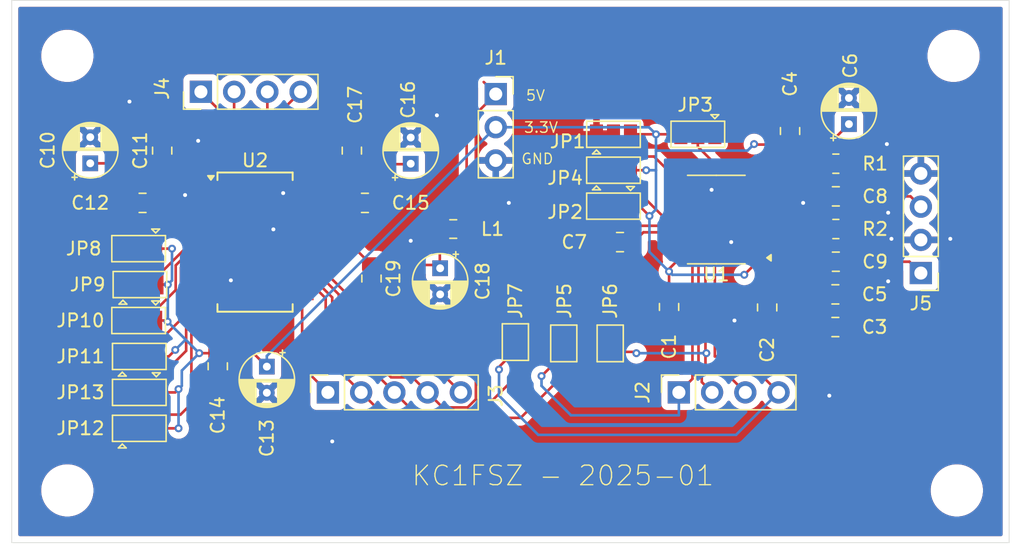
<source format=kicad_pcb>
(kicad_pcb (version 20240108) (generator "pcbnew") (generator_version "8.0")
  (layers (0 "F.Cu" signal) (31 "B.Cu" signal) (34 "B.Paste" user) (35 "F.Paste" user) (36 "B.SilkS" user "B.Silkscreen") (37 "F.SilkS" user "F.Silkscreen") (38 "B.Mask" user) (39 "F.Mask" user) (44 "Edge.Cuts" user))
  (net 0 "")
  (net 1 "GND")
  (net 2 "+3.3V")
  (net 3 "Net-(U1-CAPP)")
  (net 4 "Net-(U1-CAPM)")
  (net 5 "Net-(U1-VNEG)")
  (net 6 "Net-(U1-LDOO)")
  (net 7 "OUTR")
  (net 8 "OUTL")
  (net 9 "VREFL")
  (net 10 "VCOML")
  (net 11 "VCOMR")
  (net 12 "Net-(U2-VREFR)")
  (net 13 "Net-(U2-VCC)")
  (net 14 "+5V")
  (net 15 "DAC_BCK")
  (net 16 "DAC_DIN")
  (net 17 "DAC_LRCK")
  (net 18 "DAC_SCK")
  (net 19 "ADC_BCK")
  (net 20 "ADC_SCK")
  (net 21 "~{RST}")
  (net 22 "ADC_LRCK")
  (net 23 "ADC_DOUT")
  (net 24 "INL_MINUS")
  (net 25 "INR_MINUS")
  (net 26 "INR_PLUS")
  (net 27 "INL_PLUS")
  (net 28 "FLT")
  (net 29 "XSMT")
  (net 30 "DEMP")
  (net 31 "FMT")
  (net 32 "FMT0")
  (net 33 "FMT1")
  (net 34 "S{slash}~{M}")
  (net 35 "OSR0")
  (net 36 "OSR2")
  (net 37 "OSR1")
  (net 38 "Net-(U1-OUTR)")
  (net 39 "Net-(U1-OUTL)")
  (footprint "MountingHole:MountingHole_3.5mm" (layer "F.Cu") (at 137.75 130.5)
    (property "Reference" "H2" (hide yes))
    (property "Value" "MountingHole")
  )
  (footprint "Resistor_SMD:R_0805_2012Metric_Pad1.20x1.40mm_HandSolder" (layer "F.Cu") (at 196.5 105.5 180)
    (property "Reference" "R1")
    (property "Value" "470")
  )
  (footprint "Connector_PinSocket_2.54mm:PinSocket_1x05_P2.54mm_Vertical" (layer "F.Cu") (at 157.67 123 90)
    (property "Reference" "J3")
    (property "Value" "Conn_01x05")
  )
  (footprint "Jumper:SolderJumper-3_P1.3mm_Bridged12_Pad1.0x1.5mm" (layer "F.Cu") (at 179.5 108.75 180)
    (property "Reference" "JP2")
    (property "Value" "SolderJumper_3_Bridged12")
  )
  (footprint "Jumper:SolderJumper-3_P1.3mm_Bridged12_Pad1.0x1.5mm" (layer "F.Cu") (at 143.2 112 180)
    (property "Reference" "JP8")
    (property "Value" "SolderJumper_3_Bridged12")
  )
  (footprint "Capacitor_SMD:C_0805_2012Metric_Pad1.18x1.45mm_HandSolder" (layer "F.Cu") (at 161 114.2875 -90)
    (property "Reference" "C19")
    (property "Value" "0.1u")
  )
  (footprint "Capacitor_SMD:C_0805_2012Metric_Pad1.18x1.45mm_HandSolder" (layer "F.Cu") (at 183.75 116.4625 -90)
    (property "Reference" "C1")
    (property "Value" "0.1uF")
  )
  (footprint "Capacitor_SMD:C_0805_2012Metric_Pad1.18x1.45mm_HandSolder" (layer "F.Cu") (at 180 111.5 180)
    (property "Reference" "C7")
    (property "Value" "0.1uF")
  )
  (footprint "Package_SO:TSSOP-20_4.4x6.5mm_P0.65mm" (layer "F.Cu") (at 187.3625 109.775 180)
    (property "Reference" "U1")
    (property "Value" "PCM5100")
  )
  (footprint "Connector_PinSocket_2.54mm:PinSocket_1x03_P2.54mm_Vertical" (layer "F.Cu") (at 170.5 100.17)
    (property "Reference" "J1")
    (property "Value" "Conn_01x03")
  )
  (footprint "Jumper:SolderJumper-3_P1.3mm_Bridged12_Pad1.0x1.5mm" (layer "F.Cu") (at 179.5 106)
    (property "Reference" "JP4")
    (property "Value" "SolderJumper_3_Bridged12")
  )
  (footprint "Jumper:SolderJumper-3_P1.3mm_Bridged12_Pad1.0x1.5mm" (layer "F.Cu") (at 143.25 123 180)
    (property "Reference" "JP13")
    (property "Value" "SolderJumper_3_Bridged12")
  )
  (footprint "MountingHole:MountingHole_3.5mm" (layer "F.Cu") (at 205.5 97.25)
    (property "Reference" "H3" (hide yes))
    (property "Value" "MountingHole")
  )
  (footprint "Capacitor_SMD:C_0805_2012Metric_Pad1.18x1.45mm_HandSolder" (layer "F.Cu") (at 143.5 108.5 180)
    (property "Reference" "C12")
    (property "Value" "1u")
  )
  (footprint "Package_SO:SSOP-28_5.3x10.2mm_P0.65mm" (layer "F.Cu") (at 152.1 111.5)
    (property "Reference" "U2")
    (property "Value" "PCM1804DBR")
  )
  (footprint "Capacitor_SMD:C_0805_2012Metric_Pad1.18x1.45mm_HandSolder" (layer "F.Cu") (at 149.25 121 -90)
    (property "Reference" "C14")
    (property "Value" "0.1u")
  )
  (footprint "Capacitor_THT:CP_Radial_D4.0mm_P2.00mm" (layer "F.Cu") (at 164 105.5 90)
    (property "Reference" "C16")
    (property "Value" "10u")
  )
  (footprint "Capacitor_SMD:C_0805_2012Metric_Pad1.18x1.45mm_HandSolder" (layer "F.Cu") (at 193 103 90)
    (property "Reference" "C4")
    (property "Value" "0.1uF")
  )
  (footprint "Connector_PinSocket_2.54mm:PinSocket_1x04_P2.54mm_Vertical" (layer "F.Cu") (at 184.5 123 90)
    (property "Reference" "J2")
    (property "Value" "Conn_01x04")
  )
  (footprint "Capacitor_THT:CP_Radial_D4.0mm_P2.00mm" (layer "F.Cu") (at 197.5 102.4726 90)
    (property "Reference" "C6")
    (property "Value" "10uF")
  )
  (footprint "Capacitor_THT:CP_Radial_D4.0mm_P2.00mm" (layer "F.Cu") (at 153 121.027401 -90)
    (property "Reference" "C13")
    (property "Value" "10u")
  )
  (footprint "MountingHole:MountingHole_3.5mm" (layer "F.Cu") (at 137.75 97.25)
    (property "Reference" "H1" (hide yes))
    (property "Value" "MountingHole")
  )
  (footprint "Jumper:SolderJumper-3_P1.3mm_Bridged12_Pad1.0x1.5mm" (layer "F.Cu") (at 143.3 114.75)
    (property "Reference" "JP9")
    (property "Value" "SolderJumper_3_Bridged12")
  )
  (footprint "Capacitor_SMD:C_0805_2012Metric_Pad1.18x1.45mm_HandSolder" (layer "F.Cu") (at 191.25 116.5 -90)
    (property "Reference" "C2")
    (property "Value" "0.1uF")
  )
  (footprint "Connector_PinHeader_2.54mm:PinHeader_1x04_P2.54mm_Vertical" (layer "F.Cu") (at 203 113.87 180)
    (property "Reference" "J5")
    (property "Value" "Conn_01x04")
  )
  (footprint "Jumper:SolderJumper-2_P1.3mm_Open_Pad1.0x1.5mm" (layer "F.Cu") (at 175.7 119.25 90)
    (property "Reference" "JP5")
    (property "Value" "SolderJumper_2_Open")
  )
  (footprint "Jumper:SolderJumper-3_P1.3mm_Bridged12_Pad1.0x1.5mm" (layer "F.Cu") (at 143.25 125.75)
    (property "Reference" "JP12")
    (property "Value" "SolderJumper_3_Bridged12")
  )
  (footprint "Capacitor_SMD:C_0805_2012Metric_Pad1.18x1.45mm_HandSolder" (layer "F.Cu") (at 196.5 113 180)
    (property "Reference" "C9")
    (property "Value" "2.2nF")
  )
  (footprint "Capacitor_SMD:C_0805_2012Metric_Pad1.18x1.45mm_HandSolder" (layer "F.Cu") (at 196.4625 118 180)
    (property "Reference" "C3")
    (property "Value" "2.2uF")
  )
  (footprint "Resistor_SMD:R_0805_2012Metric_Pad1.20x1.40mm_HandSolder" (layer "F.Cu") (at 196.5 110.5 180)
    (property "Reference" "R2")
    (property "Value" "470")
  )
  (footprint "MountingHole:MountingHole_3.5mm" (layer "F.Cu") (at 205.75 130.5)
    (property "Reference" "H4" (hide yes))
    (property "Value" "MountingHole")
  )
  (footprint "Capacitor_THT:CP_Radial_D4.0mm_P2.00mm" (layer "F.Cu") (at 166.25 113.5 -90)
    (property "Reference" "C18")
    (property "Value" "10u")
  )
  (footprint "Jumper:SolderJumper-3_P1.3mm_Bridged12_Pad1.0x1.5mm" (layer "F.Cu") (at 143.25 120.25)
    (property "Reference" "JP11")
    (property "Value" "SolderJumper_3_Bridged12")
  )
  (footprint "Jumper:SolderJumper-3_P1.3mm_Bridged12_Pad1.0x1.5mm" (layer "F.Cu") (at 143.2 117.5 180)
    (property "Reference" "JP10")
    (property "Value" "SolderJumper_3_Bridged12")
  )
  (footprint "Jumper:SolderJumper-3_P1.3mm_Bridged12_Pad1.0x1.5mm" (layer "F.Cu") (at 185.95 103.25 180)
    (property "Reference" "JP3")
    (property "Value" "SolderJumper_3_Bridged12")
  )
  (footprint "Capacitor_SMD:C_0805_2012Metric_Pad1.18x1.45mm_HandSolder" (layer "F.Cu") (at 160.5 108.5)
    (property "Reference" "C15")
    (property "Value" "1u")
  )
  (footprint "Jumper:SolderJumper-3_P1.3mm_Bridged12_Pad1.0x1.5mm" (layer "F.Cu") (at 179.5 103.25)
    (property "Reference" "JP1")
    (property "Value" "SolderJumper_3_Bridged12")
  )
  (footprint "Jumper:SolderJumper-2_P1.3mm_Open_Pad1.0x1.5mm" (layer "F.Cu") (at 172 119.15 90)
    (property "Reference" "JP7")
    (property "Value" "SolderJumper_2_Open")
  )
  (footprint "Capacitor_THT:CP_Radial_D4.0mm_P2.00mm" (layer "F.Cu") (at 139.5 105.472599 90)
    (property "Reference" "C10")
    (property "Value" "10u")
  )
  (footprint "Capacitor_SMD:C_0805_2012Metric_Pad1.18x1.45mm_HandSolder" (layer "F.Cu") (at 145 104.5 90)
    (property "Reference" "C11")
    (property "Value" "0.1u")
  )
  (footprint "Connector_PinHeader_2.54mm:PinHeader_1x04_P2.54mm_Vertical" (layer "F.Cu") (at 147.96 100 90)
    (property "Reference" "J4")
    (property "Value" "Conn_01x04")
  )
  (footprint "Capacitor_SMD:C_0805_2012Metric_Pad1.18x1.45mm_HandSolder" (layer "F.Cu") (at 196.4625 115.5)
    (property "Reference" "C5")
    (property "Value" "2.2uF")
  )
  (footprint "Capacitor_SMD:C_0805_2012Metric_Pad1.18x1.45mm_HandSolder" (layer "F.Cu") (at 196.5 108 180)
    (property "Reference" "C8")
    (property "Value" "2.2nF")
  )
  (footprint "Capacitor_SMD:C_0805_2012Metric_Pad1.18x1.45mm_HandSolder" (layer "F.Cu") (at 159.5 104.5 90)
    (property "Reference" "C17")
    (property "Value" "0.1u")
  )
  (footprint "Jumper:SolderJumper-2_P1.3mm_Open_Pad1.0x1.5mm" (layer "F.Cu") (at 179.25 119.25 90)
    (property "Reference" "JP6")
    (property "Value" "SolderJumper_2_Open")
  )
  (footprint "Inductor_SMD:L_0805_2012Metric_Pad1.15x1.40mm_HandSolder" (layer "F.Cu") (at 167.25 110.5 180)
    (property "Reference" "L1")
    (property "Value" "47u")
  )
  (gr_rect (start 133.5 93) (end 209.75 134.5) (stroke (width 0.05)) (fill none) (layer "Edge.Cuts"))
  (gr_text "3.3V" (at 172.6 103.2 0) (layer "F.SilkS") (effects (font (size 0.8 0.8) (thickness 0.1)) (justify left bottom)))
  (gr_text "5V" (at 172.75 100.75 0) (layer "F.SilkS") (effects (font (size 0.8 0.8) (thickness 0.1)) (justify left bottom)))
  (gr_text "KC1FSZ - 2025-01" (at 164 130.25 0) (layer "F.SilkS") (effects (font (size 1.5 1.5) (thickness 0.1)) (justify left bottom)))
  (gr_text "GND" (at 172.4 105.6 0) (layer "F.SilkS") (effects (font (size 0.8 0.8) (thickness 0.1)) (justify left bottom)))
  (segment (start 148.5 107.925) (end 146.775 107.925) (width 0.2) (layer "F.Cu") (net 1))
  (segment (start 194.5 108) (end 194 108.5) (width 0.2) (layer "F.Cu") (net 1))
  (segment (start 190.225 107.5) (end 188.5 107.5) (width 0.2) (layer "F.Cu") (net 1))
  (segment (start 153.5 110.525) (end 153.475 110.525) (width 0.2) (layer "F.Cu") (net 1))
  (segment (start 190.225 111.4) (end 188.6 111.4) (width 0.2) (layer "F.Cu") (net 1))
  (segment (start 155.7 110.525) (end 153.5 110.525) (width 0.2) (layer "F.Cu") (net 1))
  (segment (start 150.25 114.425) (end 150.425 114.425) (width 0.2) (layer "F.Cu") (net 1))
  (segment (start 150.425 114.425) (end 150.5 114.5) (width 0.2) (layer "F.Cu") (net 1))
  (segment (start 148.5 114.425) (end 150.25 114.425) (width 0.2) (layer "F.Cu") (net 1))
  (segment (start 153.475 110.525) (end 153.25 110.75) (width 0.2) (layer "F.Cu") (net 1))
  (segment (start 146.15 107.9) (end 145.75 107.5) (width 0.2) (layer "F.Cu") (net 1))
  (segment (start 146.75 107.9) (end 146.15 107.9) (width 0.2) (layer "F.Cu") (net 1))
  (segment (start 188.5 111.5) (end 188.6 111.4) (width 0.2) (layer "F.Cu") (net 1))
  (segment (start 146.775 107.925) (end 146.75 107.9) (width 0.2) (layer "F.Cu") (net 1))
  (segment (start 155.7 107.925) (end 154.425 107.925) (width 0.2) (layer "F.Cu") (net 1))
  (segment (start 195.4625 113) (end 197.5 115.0375) (width 0.2) (layer "F.Cu") (net 1))
  (segment (start 195.4625 108) (end 194.5 108) (width 0.2) (layer "F.Cu") (net 1))
  (segment (start 184.5 112.05) (end 183.3 112.05) (width 0.2) (layer "F.Cu") (net 1))
  (segment (start 197.5 115.0375) (end 197.5 115.5) (width 0.2) (layer "F.Cu") (net 1))
  (segment (start 154.425 107.925) (end 154.25 107.75) (width 0.2) (layer "F.Cu") (net 1))
  (segment (start 188.5 107.5) (end 188.25 107.75) (width 0.2) (layer "F.Cu") (net 1))
  (segment (start 183.25 112) (end 183.3 112.05) (width 0.2) (layer "F.Cu") (net 1))
  (via (at 147.75 103.75) (size 0.6) (drill 0.3) (layers "F.Cu" "B.Cu") (net 1))
  (via (at 200.5 114.5) (size 0.6) (drill 0.3) (layers "F.Cu" "B.Cu") (net 1))
  (via (at 164 111.4) (size 0.6) (drill 0.3) (layers "F.Cu" "B.Cu") (net 1))
  (via (at 205.25 111.25) (size 0.6) (drill 0.3) (layers "F.Cu" "B.Cu") (net 1))
  (via (at 194 108.5) (size 0.6) (drill 0.3) (layers "F.Cu" "B.Cu") (net 1))
  (via (at 171.5 108.5) (size 0.6) (drill 0.3) (layers "F.Cu" "B.Cu") (net 1))
  (via (at 188.75 117.5) (size 0.6) (drill 0.3) (layers "F.Cu" "B.Cu") (net 1))
  (via (at 196 123.25) (size 0.6) (drill 0.3) (layers "F.Cu" "B.Cu") (net 1))
  (via (at 150.25 114.425) (size 0.6) (drill 0.3) (layers "F.Cu" "B.Cu") (net 1))
  (via (at 166 101.8) (size 0.6) (drill 0.3) (layers "F.Cu" "B.Cu") (net 1))
  (via (at 154.25 107.75) (size 0.6) (drill 0.3) (layers "F.Cu" "B.Cu") (net 1))
  (via (at 187 107.5) (size 0.6) (drill 0.3) (layers "F.Cu" "B.Cu") (net 1))
  (via (at 200.5 109.25) (size 0.6) (drill 0.3) (layers "F.Cu" "B.Cu") (net 1))
  (via (at 200.4 104) (size 0.6) (drill 0.3) (layers "F.Cu" "B.Cu") (net 1))
  (via (at 158 126.75) (size 0.6) (drill 0.3) (layers "F.Cu" "B.Cu") (net 1))
  (via (at 200.75 111.25) (size 0.6) (drill 0.3) (layers "F.Cu" "B.Cu") (net 1))
  (via (at 153.5 110.525) (size 0.6) (drill 0.3) (layers "F.Cu" "B.Cu") (net 1))
  (via (at 146.75 107.9) (size 0.6) (drill 0.3) (layers "F.Cu" "B.Cu") (net 1))
  (via (at 142.5 100.75) (size 0.6) (drill 0.3) (layers "F.Cu" "B.Cu") (net 1))
  (via (at 188.5 111.5) (size 0.6) (drill 0.3) (layers "F.Cu" "B.Cu") (net 1))
  (segment (start 145.5 120.25) (end 146 119.75) (width 0.2) (layer "F.Cu") (net 2))
  (segment (start 148.5 119.2125) (end 149.25 119.9625) (width 0.2) (layer "F.Cu") (net 2))
  (segment (start 180.8 103.25) (end 184.65 103.25) (width 0.2) (layer "F.Cu") (net 2))
  (segment (start 144.5 112) (end 145.75 112) (width 0.2) (layer "F.Cu") (net 2))
  (segment (start 149.2125 120) (end 149.25 119.9625) (width 0.2) (layer "F.Cu") (net 2))
  (segment (start 191.25 113.725) (end 191.25 115.4625) (width 0.2) (layer "F.Cu") (net 2))
  (segment (start 183.75 113.55) (end 184.75 112.55) (width 0.2) (layer "F.Cu") (net 2))
  (segment (start 180.8 106) (end 182 106) (width 0.2) (layer "F.Cu") (net 2))
  (segment (start 180.8 108.75) (end 181.5 108.75) (width 0.2) (layer "F.Cu") (net 2))
  (segment (start 148.5 115.725) (end 148.5 119.2125) (width 0.2) (layer "F.Cu") (net 2))
  (segment (start 181.5 108.75) (end 182.25 109.5) (width 0.2) (layer "F.Cu") (net 2))
  (segment (start 145.332843 117.5) (end 145.417157 117.584314) (width 0.2) (layer "F.Cu") (net 2))
  (segment (start 184.45 112.75) (end 184.5 112.7) (width 0.2) (layer "F.Cu") (net 2))
  (segment (start 144.5 117.5) (end 145.332843 117.5) (width 0.2) (layer "F.Cu") (net 2))
  (segment (start 190.225 112.7) (end 191.25 113.725) (width 0.2) (layer "F.Cu") (net 2))
  (segment (start 146 123) (end 146.25 122.75) (width 0.2) (layer "F.Cu") (net 2))
  (segment (start 190.2875 104.0375) (end 190.25 104) (width 0.2) (layer "F.Cu") (net 2))
  (segment (start 144.55 120.25) (end 145.5 120.25) (width 0.2) (layer "F.Cu") (net 2))
  (segment (start 190.225 113.275) (end 189.5 114) (width 0.2) (layer "F.Cu") (net 2))
  (segment (start 151.935099 119.9625) (end 153 121.027401) (width 0.2) (layer "F.Cu") (net 2))
  (segment (start 190.225 108.15) (end 190.962499 108.15) (width 0.2) (layer "F.Cu") (net 2))
  (segment (start 195.9351 104.0375) (end 197.5 102.4726) (width 0.2) (layer "F.Cu") (net 2))
  (segment (start 190.962499 108.15) (end 193 106.112499) (width 0.2) (layer "F.Cu") (net 2))
  (segment (start 183.75 115.425) (end 183.75 113.75) (width 0.2) (layer "F.Cu") (net 2))
  (segment (start 144.6 114.75) (end 145.432843 114.75) (width 0.2) (layer "F.Cu") (net 2))
  (segment (start 144.55 123) (end 146 123) (width 0.2) (layer "F.Cu") (net 2))
  (segment (start 193 106.112499) (end 193 104.0375) (width 0.2) (layer "F.Cu") (net 2))
  (segment (start 147.832843 120) (end 149.2125 120) (width 0.2) (layer "F.Cu") (net 2))
  (segment (start 190.225 112.7) (end 190.225 113.275) (width 0.2) (layer "F.Cu") (net 2))
  (segment (start 193 104.0375) (end 190.2875 104.0375) (width 0.2) (layer "F.Cu") (net 2))
  (segment (start 149.25 119.9625) (end 151.935099 119.9625) (width 0.2) (layer "F.Cu") (net 2))
  (segment (start 193 104.0375) (end 195.9351 104.0375) (width 0.2) (layer "F.Cu") (net 2))
  (segment (start 183.75 113.75) (end 183.75 113.55) (width 0.2) (layer "F.Cu") (net 2))
  (segment (start 144.55 125.75) (end 146.25 125.75) (width 0.2) (layer "F.Cu") (net 2))
  (via (at 182 106) (size 0.6) (drill 0.3) (layers "F.Cu" "B.Cu") (net 2))
  (via (at 147.832843 120) (size 0.6) (drill 0.3) (layers "F.Cu" "B.Cu") (net 2))
  (via (at 145.432843 114.75) (size 0.6) (drill 0.3) (layers "F.Cu" "B.Cu") (net 2))
  (via (at 189.5 114) (size 0.6) (drill 0.3) (layers "F.Cu" "B.Cu") (net 2))
  (via (at 146 119.75) (size 0.6) (drill 0.3) (layers "F.Cu" "B.Cu") (net 2))
  (via (at 145.75 112) (size 0.6) (drill 0.3) (layers "F.Cu" "B.Cu") (net 2))
  (via (at 182.25 109.5) (size 0.6) (drill 0.3) (layers "F.Cu" "B.Cu") (net 2))
  (via (at 145.417157 117.584314) (size 0.6) (drill 0.3) (layers "F.Cu" "B.Cu") (net 2))
  (via (at 190.25 104) (size 0.6) (drill 0.3) (layers "F.Cu" "B.Cu") (net 2))
  (via (at 182.75 103.25) (size 0.6) (drill 0.3) (layers "F.Cu" "B.Cu") (net 2))
  (via (at 183.75 113.75) (size 0.6) (drill 0.3) (layers "F.Cu" "B.Cu") (net 2))
  (via (at 146.25 125.75) (size 0.6) (drill 0.3) (layers "F.Cu" "B.Cu") (net 2))
  (via (at 146.25 122.75) (size 0.6) (drill 0.3) (layers "F.Cu" "B.Cu") (net 2))
  (segment (start 182.21 102.71) (end 182.75 103.25) (width 0.2) (layer "B.Cu") (net 2))
  (segment (start 170.5 102.71) (end 182.21 102.71) (width 0.2) (layer "B.Cu") (net 2))
  (segment (start 182 106) (end 182.75 106) (width 0.2) (layer "B.Cu") (net 2))
  (segment (start 182.25 109.5) (end 182.25 112.25) (width 0.2) (layer "B.Cu") (net 2))
  (segment (start 146.25 125.75) (end 146.25 122.75) (width 0.2) (layer "B.Cu") (net 2))
  (segment (start 189.75 104.5) (end 182.75 104.5) (width 0.2) (layer "B.Cu") (net 2))
  (segment (start 190.25 104) (end 189.75 104.5) (width 0.2) (layer "B.Cu") (net 2))
  (segment (start 170.5 102.71) (end 153 120.21) (width 0.2) (layer "B.Cu") (net 2))
  (segment (start 146.791422 118.958578) (end 147.832843 120) (width 0.2) (layer "B.Cu") (net 2))
  (segment (start 182.75 106) (end 182.75 109) (width 0.2) (layer "B.Cu") (net 2))
  (segment (start 145.75 112) (end 145.75 114.432843) (width 0.2) (layer "B.Cu") (net 2))
  (segment (start 145.432843 114.75) (end 145.432843 117.6) (width 0.2) (layer "B.Cu") (net 2))
  (segment (start 153 120.21) (end 153 121.027401) (width 0.2) (layer "B.Cu") (net 2))
  (segment (start 146.5 122.5) (end 146.5 121.332843) (width 0.2) (layer "B.Cu") (net 2))
  (segment (start 146.25 122.75) (end 146.5 122.5) (width 0.2) (layer "B.Cu") (net 2))
  (segment (start 145.75 114.432843) (end 145.432843 114.75) (width 0.2) (layer "B.Cu") (net 2))
  (segment (start 182.75 109) (end 182.25 109.5) (width 0.2) (layer "B.Cu") (net 2))
  (segment (start 182.75 104.5) (end 182.75 106) (width 0.2) (layer "B.Cu") (net 2))
  (segment (start 145.432843 117.6) (end 146.791422 118.958578) (width 0.2) (layer "B.Cu") (net 2))
  (segment (start 184 114) (end 182.75 112.75) (width 0.2) (layer "B.Cu") (net 2))
  (segment (start 182.25 112.25) (end 182.75 112.75) (width 0.2) (layer "B.Cu") (net 2))
  (segment (start 182.75 103.25) (end 182.75 104.5) (width 0.2) (layer "B.Cu") (net 2))
  (segment (start 146 119.75) (end 146.791422 118.958578) (width 0.2) (layer "B.Cu") (net 2))
  (segment (start 189.5 114) (end 184 114) (width 0.2) (layer "B.Cu") (net 2))
  (segment (start 146.5 121.332843) (end 147.832843 120) (width 0.2) (layer "B.Cu") (net 2))
  (segment (start 194.852756 119.025) (end 196.475 119.025) (width 0.2) (layer "F.Cu") (net 3))
  (segment (start 194.1375 115.225001) (end 194.1375 118.309744) (width 0.2) (layer "F.Cu") (net 3))
  (segment (start 190.225 112.05) (end 190.962499 112.05) (width 0.2) (layer "F.Cu") (net 3))
  (segment (start 196.475 119.025) (end 197.5 118) (width 0.2) (layer "F.Cu") (net 3))
  (segment (start 190.962499 112.05) (end 194.1375 115.225001) (width 0.2) (layer "F.Cu") (net 3))
  (segment (start 194.1375 118.309744) (end 194.852756 119.025) (width 0.2) (layer "F.Cu") (net 3))
  (segment (start 194.5375 114.325001) (end 194.5375 117.1125) (width 0.2) (layer "F.Cu") (net 4))
  (segment (start 194.5375 117.1125) (end 195.425 118) (width 0.2) (layer "F.Cu") (net 4))
  (segment (start 190.962499 110.75) (end 194.5375 114.325001) (width 0.2) (layer "F.Cu") (net 4))
  (segment (start 190.225 110.75) (end 190.962499 110.75) (width 0.2) (layer "F.Cu") (net 4))
  (segment (start 190.225 110.1) (end 190.965256 110.1) (width 0.2) (layer "F.Cu") (net 5))
  (segment (start 190.965256 110.1) (end 195.425 114.559744) (width 0.2) (layer "F.Cu") (net 5))
  (segment (start 195.425 114.559744) (end 195.425 115.5) (width 0.2) (layer "F.Cu") (net 5))
  (segment (start 181.7875 110.75) (end 182.978358 110.75) (width 0.2) (layer "F.Cu") (net 6))
  (segment (start 181.0375 111.5) (end 181.7875 110.75) (width 0.2) (layer "F.Cu") (net 6))
  (segment (start 182.978358 110.75) (end 183.628358 111.4) (width 0.2) (layer "F.Cu") (net 6))
  (segment (start 184.4 111.5) (end 184.5 111.4) (width 0.2) (layer "F.Cu") (net 6))
  (segment (start 183.628358 111.4) (end 184.5 111.4) (width 0.2) (layer "F.Cu") (net 6))
  (segment (start 197.5 105.5) (end 197.5 107.9625) (width 0.2) (layer "F.Cu") (net 7))
  (segment (start 197.5375 108) (end 202.21 108) (width 0.2) (layer "F.Cu") (net 7))
  (segment (start 197.5 107.9625) (end 197.5375 108) (width 0.2) (layer "F.Cu") (net 7))
  (segment (start 202.21 108) (end 203 108.79) (width 0.2) (layer "F.Cu") (net 7))
  (segment (start 197.5375 113) (end 202.13 113) (width 0.2) (layer "F.Cu") (net 8))
  (segment (start 197.5 110.5) (end 197.5 112.9625) (width 0.2) (layer "F.Cu") (net 8))
  (segment (start 197.5 112.9625) (end 197.5375 113) (width 0.2) (layer "F.Cu") (net 8))
  (segment (start 202.13 113) (end 203 113.87) (width 0.2) (layer "F.Cu") (net 8))
  (segment (start 146.7375 107.275) (end 145 105.5375) (width 0.2) (layer "F.Cu") (net 9))
  (segment (start 148.5 107.275) (end 146.7375 107.275) (width 0.2) (layer "F.Cu") (net 9))
  (segment (start 139.5 105.472599) (end 144.935099 105.472599) (width 0.2) (layer "F.Cu") (net 9))
  (segment (start 144.935099 105.472599) (end 145 105.5375) (width 0.2) (layer "F.Cu") (net 9))
  (segment (start 144.5375 108.5) (end 148.425 108.5) (width 0.2) (layer "F.Cu") (net 10))
  (segment (start 148.425 108.5) (end 148.5 108.575) (width 0.2) (layer "F.Cu") (net 10))
  (segment (start 155.7 108.575) (end 159.3875 108.575) (width 0.2) (layer "F.Cu") (net 11))
  (segment (start 159.3875 108.575) (end 159.4625 108.5) (width 0.2) (layer "F.Cu") (net 11))
  (segment (start 157.7625 107.275) (end 159.5 105.5375) (width 0.2) (layer "F.Cu") (net 12))
  (segment (start 163.9625 105.5375) (end 164 105.5) (width 0.2) (layer "F.Cu") (net 12))
  (segment (start 159.5 105.5375) (end 163.9625 105.5375) (width 0.2) (layer "F.Cu") (net 12))
  (segment (start 155.7 107.275) (end 157.7625 107.275) (width 0.2) (layer "F.Cu") (net 12))
  (segment (start 166 113.25) (end 166.25 113.5) (width 0.2) (layer "F.Cu") (net 13))
  (segment (start 161 113.25) (end 166 113.25) (width 0.2) (layer "F.Cu") (net 13))
  (segment (start 155.7 111.175) (end 157.75 111.175) (width 0.2) (layer "F.Cu") (net 13))
  (segment (start 157.75 111.175) (end 158.925 111.175) (width 0.2) (layer "F.Cu") (net 13))
  (segment (start 166.225 113.475) (end 166.25 113.5) (width 0.2) (layer "F.Cu") (net 13))
  (segment (start 158.925 111.175) (end 161 113.25) (width 0.2) (layer "F.Cu") (net 13))
  (segment (start 166.225 110.5) (end 166.225 113.475) (width 0.2) (layer "F.Cu") (net 13))
  (segment (start 170.5 100.17) (end 168.275 102.395) (width 0.2) (layer "F.Cu") (net 14))
  (segment (start 169.58 99.25) (end 170.5 100.17) (width 0.2) (layer "F.Cu") (net 14))
  (segment (start 168.275 102.395) (end 168.275 110.5) (width 0.2) (layer "F.Cu") (net 14))
  (segment (start 181.15 119.9) (end 181.25 120) (width 0.2) (layer "F.Cu") (net 15))
  (segment (start 185.237499 108.15) (end 186.532843 109.445344) (width 0.2) (layer "F.Cu") (net 15))
  (segment (start 179.25 119.9) (end 181.15 119.9) (width 0.2) (layer "F.Cu") (net 15))
  (segment (start 186.532843 120.967157) (end 187.547157 120.967157) (width 0.2) (layer "F.Cu") (net 15))
  (segment (start 187.547157 120.967157) (end 189.58 123) (width 0.2) (layer "F.Cu") (net 15))
  (segment (start 186.532843 109.445344) (end 186.532843 120.967157) (width 0.2) (layer "F.Cu") (net 15))
  (segment (start 184.5 108.15) (end 185.237499 108.15) (width 0.2) (layer "F.Cu") (net 15))
  (via (at 181.25 120) (size 0.6) (drill 0.3) (layers "F.Cu" "B.Cu") (net 15))
  (via (at 186.6 120) (size 0.6) (drill 0.3) (layers "F.Cu" "B.Cu") (net 15))
  (segment (start 181.25 120) (end 186.6 120) (width 0.2) (layer "B.Cu") (net 15))
  (segment (start 184.5 108.8) (end 185.237499 108.8) (width 0.2) (layer "F.Cu") (net 16))
  (segment (start 186.25 121.25) (end 186.25 122.21) (width 0.2) (layer "F.Cu") (net 16))
  (segment (start 185.237499 108.8) (end 186 109.562501) (width 0.2) (layer "F.Cu") (net 16))
  (segment (start 186 121) (end 186.25 121.25) (width 0.2) (layer "F.Cu") (net 16))
  (segment (start 186 109.562501) (end 186 121) (width 0.2) (layer "F.Cu") (net 16))
  (segment (start 186.25 122.21) (end 187.04 123) (width 0.2) (layer "F.Cu") (net 16))
  (segment (start 185.5375 109.750001) (end 185.237499 109.45) (width 0.2) (layer "F.Cu") (net 17))
  (segment (start 185.5375 121.9625) (end 185.5375 109.750001) (width 0.2) (layer "F.Cu") (net 17))
  (segment (start 185.237499 109.45) (end 184.5 109.45) (width 0.2) (layer "F.Cu") (net 17))
  (segment (start 184.5 123) (end 185.5375 121.9625) (width 0.2) (layer "F.Cu") (net 17))
  (segment (start 175.7 120.05) (end 174 121.75) (width 0.2) (layer "F.Cu") (net 17))
  (segment (start 175.7 119.9) (end 175.7 120.05) (width 0.2) (layer "F.Cu") (net 17))
  (via (at 174 121.75) (size 0.6) (drill 0.3) (layers "F.Cu" "B.Cu") (net 17))
  (segment (start 174 122.5) (end 176.25 124.75) (width 0.2) (layer "B.Cu") (net 17))
  (segment (start 176.25 124.75) (end 184.5 124.75) (width 0.2) (layer "B.Cu") (net 17))
  (segment (start 184.5 124.75) (end 184.5 123) (width 0.2) (layer "B.Cu") (net 17))
  (segment (start 174 121.75) (end 174 122.5) (width 0.2) (layer "B.Cu") (net 17))
  (segment (start 184.5 107.5) (end 185.155956 107.5) (width 0.2) (layer "F.Cu") (net 18))
  (segment (start 185.155956 107.5) (end 187.25 109.594044) (width 0.2) (layer "F.Cu") (net 18))
  (segment (start 172 119.8) (end 170.75 121.05) (width 0.2) (layer "F.Cu") (net 18))
  (segment (start 187.25 109.594044) (end 187.25 120.25) (width 0.2) (layer "F.Cu") (net 18))
  (segment (start 187.25 120.25) (end 189.37 120.25) (width 0.2) (layer "F.Cu") (net 18))
  (segment (start 170.75 121.05) (end 170.75 121.25) (width 0.2) (layer "F.Cu") (net 18))
  (segment (start 189.37 120.25) (end 192.12 123) (width 0.2) (layer "F.Cu") (net 18))
  (via (at 170.75 121.25) (size 0.6) (drill 0.3) (layers "F.Cu" "B.Cu") (net 18))
  (segment (start 170.75 123.25) (end 173.75 126.25) (width 0.2) (layer "B.Cu") (net 18))
  (segment (start 173.75 126.25) (end 188.87 126.25) (width 0.2) (layer "B.Cu") (net 18))
  (segment (start 170.75 121.25) (end 170.75 123.25) (width 0.2) (layer "B.Cu") (net 18))
  (segment (start 188.87 126.25) (end 192.12 123) (width 0.2) (layer "B.Cu") (net 18))
  (segment (start 155.7 115.075) (end 156.775 115.075) (width 0.2) (layer "F.Cu") (net 19))
  (segment (start 172.4 124.95) (end 162.16 124.95) (width 0.2) (layer "F.Cu") (net 19))
  (segment (start 179.25 118.6) (end 178.75 118.6) (width 0.2) (layer "F.Cu") (net 19))
  (segment (start 178.75 118.6) (end 172.4 124.95) (width 0.2) (layer "F.Cu") (net 19))
  (segment (start 156.775 115.075) (end 157.5 115.8) (width 0.2) (layer "F.Cu") (net 19))
  (segment (start 157.5 120.29) (end 160.21 123) (width 0.2) (layer "F.Cu") (net 19))
  (segment (start 162.16 124.95) (end 160.21 123) (width 0.2) (layer "F.Cu") (net 19))
  (segment (start 157.5 115.8) (end 157.5 120.29) (width 0.2) (layer "F.Cu") (net 19))
  (segment (start 168.35 124.15) (end 166.44 124.15) (width 0.2) (layer "F.Cu") (net 20))
  (segment (start 160.15 119.5) (end 162.5 121.85) (width 0.2) (layer "F.Cu") (net 20))
  (segment (start 171.05 118.5) (end 168.98 120.57) (width 0.2) (layer "F.Cu") (net 20))
  (segment (start 168.98 120.57) (end 168.98 123.52) (width 0.2) (layer "F.Cu") (net 20))
  (segment (start 162.5 121.85) (end 164.14 121.85) (width 0.2) (layer "F.Cu") (net 20))
  (segment (start 172 118.5) (end 171.05 118.5) (width 0.2) (layer "F.Cu") (net 20))
  (segment (start 164.14 121.85) (end 165.29 123) (width 0.2) (layer "F.Cu") (net 20))
  (segment (start 158.5 119.5) (end 160.15 119.5) (width 0.2) (layer "F.Cu") (net 20))
  (segment (start 168.98 123.52) (end 168.35 124.15) (width 0.2) (layer "F.Cu") (net 20))
  (segment (start 158.5 115.5) (end 158.5 119.5) (width 0.2) (layer "F.Cu") (net 20))
  (segment (start 155.7 113.775) (end 156.775 113.775) (width 0.2) (layer "F.Cu") (net 20))
  (segment (start 156.775 113.775) (end 158.5 115.5) (width 0.2) (layer "F.Cu") (net 20))
  (segment (start 166.44 124.15) (end 165.29 123) (width 0.2) (layer "F.Cu") (net 20))
  (segment (start 165.33 120.5) (end 167.83 123) (width 0.2) (layer "F.Cu") (net 21))
  (segment (start 155.7 113.125) (end 156.775 113.125) (width 0.2) (layer "F.Cu") (net 21))
  (segment (start 160.5 119) (end 162 120.5) (width 0.2) (layer "F.Cu") (net 21))
  (segment (start 162 120.5) (end 165.33 120.5) (width 0.2) (layer "F.Cu") (net 21))
  (segment (start 156.775 113.125) (end 159 115.35) (width 0.2) (layer "F.Cu") (net 21))
  (segment (start 159 115.35) (end 159 119) (width 0.2) (layer "F.Cu") (net 21))
  (segment (start 159 119) (end 160.5 119) (width 0.2) (layer "F.Cu") (net 21))
  (segment (start 164.3 124.55) (end 162.75 123) (width 0.2) (layer "F.Cu") (net 22))
  (segment (start 158 115.734314) (end 158 120) (width 0.2) (layer "F.Cu") (net 22))
  (segment (start 169.3 124.55) (end 164.3 124.55) (width 0.2) (layer "F.Cu") (net 22))
  (segment (start 155.7 114.425) (end 156.690686 114.425) (width 0.2) (layer "F.Cu") (net 22))
  (segment (start 156.690686 114.425) (end 158 115.734314) (width 0.2) (layer "F.Cu") (net 22))
  (segment (start 158 120) (end 158.25 120) (width 0.2) (layer "F.Cu") (net 22))
  (segment (start 159.5 121.25) (end 161 121.25) (width 0.2) (layer "F.Cu") (net 22))
  (segment (start 158.25 120) (end 159.5 121.25) (width 0.2) (layer "F.Cu") (net 22))
  (segment (start 161 121.25) (end 162.75 123) (width 0.2) (layer "F.Cu") (net 22))
  (segment (start 175.7 118.6) (end 175.25 118.6) (width 0.2) (layer "F.Cu") (net 22))
  (segment (start 175.25 118.6) (end 169.3 124.55) (width 0.2) (layer "F.Cu") (net 22))
  (segment (start 155.7 115.725) (end 155.7 121.03) (width 0.2) (layer "F.Cu") (net 23))
  (segment (start 155.7 121.03) (end 157.67 123) (width 0.2) (layer "F.Cu") (net 23))
  (segment (start 150.5 100) (end 150.5 108.95) (width 0.2) (layer "F.Cu") (net 24))
  (segment (start 149.575 109.875) (end 148.5 109.875) (width 0.2) (layer "F.Cu") (net 24))
  (segment (start 150.5 108.95) (end 149.575 109.875) (width 0.2) (layer "F.Cu") (net 24))
  (segment (start 153.04 100) (end 153.04 108.29) (width 0.2) (layer "F.Cu") (net 25))
  (segment (start 153.04 108.29) (end 154.625 109.875) (width 0.2) (layer "F.Cu") (net 25))
  (segment (start 154.625 109.875) (end 155.7 109.875) (width 0.2) (layer "F.Cu") (net 25))
  (segment (start 155.58 100) (end 153.65 101.93) (width 0.2) (layer "F.Cu") (net 26))
  (segment (start 153.65 108.125) (end 154.75 109.225) (width 0.2) (layer "F.Cu") (net 26))
  (segment (start 154.75 109.225) (end 155.7 109.225) (width 0.2) (layer "F.Cu") (net 26))
  (segment (start 153.65 101.93) (end 153.65 108.125) (width 0.2) (layer "F.Cu") (net 26))
  (segment (start 149.675 109.125) (end 149.575 109.225) (width 0.2) (layer "F.Cu") (net 27))
  (segment (start 149.575 109.225) (end 148.5 109.225) (width 0.2) (layer "F.Cu") (net 27))
  (segment (start 147.96 100) (end 149.675 101.715) (width 0.2) (layer "F.Cu") (net 27))
  (segment (start 149.675 101.715) (end 149.675 109.125) (width 0.2) (layer "F.Cu") (net 27))
  (segment (start 179.5 104.2) (end 180.25 104.95) (width 0.2) (layer "F.Cu") (net 28))
  (segment (start 179.5 103.25) (end 179.5 104.2) (width 0.2) (layer "F.Cu") (net 28))
  (segment (start 182.6 104.95) (end 184.5 106.85) (width 0.2) (layer "F.Cu") (net 28))
  (segment (start 180.25 104.95) (end 182.6 104.95) (width 0.2) (layer "F.Cu") (net 28))
  (segment (start 183.544044 110.75) (end 184.5 110.75) (width 0.2) (layer "F.Cu") (net 29))
  (segment (start 180.05 110.25) (end 183.044044 110.25) (width 0.2) (layer "F.Cu") (net 29))
  (segment (start 179.5 109.7) (end 180.05 110.25) (width 0.2) (layer "F.Cu") (net 29))
  (segment (start 179.5 108.75) (end 179.5 109.7) (width 0.2) (layer "F.Cu") (net 29))
  (segment (start 183.044044 110.25) (end 183.544044 110.75) (width 0.2) (layer "F.Cu") (net 29))
  (segment (start 188.6 106.85) (end 185.95 104.2) (width 0.2) (layer "F.Cu") (net 30))
  (segment (start 185.95 104.2) (end 185.95 103.25) (width 0.2) (layer "F.Cu") (net 30))
  (segment (start 190.225 106.85) (end 188.6 106.85) (width 0.2) (layer "F.Cu") (net 30))
  (segment (start 179.5 106.55) (end 179.5 106) (width 0.2) (layer "F.Cu") (net 31))
  (segment (start 183.762501 110.1) (end 183.375 109.712499) (width 0.2) (layer "F.Cu") (net 31))
  (segment (start 184.5 110.1) (end 183.762501 110.1) (width 0.2) (layer "F.Cu") (net 31))
  (segment (start 181.25 107.5) (end 180.45 107.5) (width 0.2) (layer "F.Cu") (net 31))
  (segment (start 183.375 109.625) (end 181.25 107.5) (width 0.2) (layer "F.Cu") (net 31))
  (segment (start 180.45 107.5) (end 179.5 106.55) (width 0.2) (layer "F.Cu") (net 31))
  (segment (start 183.375 109.712499) (end 183.375 109.625) (width 0.2) (layer "F.Cu") (net 31))
  (segment (start 143.2 111.5) (end 144.175 110.525) (width 0.2) (layer "F.Cu") (net 32))
  (segment (start 144.175 110.525) (end 148.5 110.525) (width 0.2) (layer "F.Cu") (net 32))
  (segment (start 143.2 112) (end 143.2 111.5) (width 0.2) (layer "F.Cu") (net 32))
  (segment (start 143.3 113.7) (end 145.05 113.7) (width 0.2) (layer "F.Cu") (net 33))
  (segment (start 143.3 114.75) (end 143.3 113.7) (width 0.2) (layer "F.Cu") (net 33))
  (segment (start 145.05 113.7) (end 147.575 111.175) (width 0.2) (layer "F.Cu") (net 33))
  (segment (start 147.575 111.175) (end 148.5 111.175) (width 0.2) (layer "F.Cu") (net 33))
  (segment (start 146.032843 113.282843) (end 146.032843 115.167157) (width 0.2) (layer "F.Cu") (net 34))
  (segment (start 147.490686 111.825) (end 146.032843 113.282843) (width 0.2) (layer "F.Cu") (net 34))
  (segment (start 143.55 116.45) (end 143.2 116.8) (width 0.2) (layer "F.Cu") (net 34))
  (segment (start 148.5 111.825) (end 147.490686 111.825) (width 0.2) (layer "F.Cu") (net 34))
  (segment (start 146.032843 115.167157) (end 144.75 116.45) (width 0.2) (layer "F.Cu") (net 34))
  (segment (start 144.75 116.45) (end 143.55 116.45) (width 0.2) (layer "F.Cu") (net 34))
  (segment (start 143.2 116.8) (end 143.2 117.5) (width 0.2) (layer "F.Cu") (net 34))
  (segment (start 146.432843 117.417157) (end 144.85 119) (width 0.2) (layer "F.Cu") (net 35))
  (segment (start 143.25 119.3) (end 143.25 120.25) (width 0.2) (layer "F.Cu") (net 35))
  (segment (start 147.425 112.475) (end 146.432843 113.467157) (width 0.2) (layer "F.Cu") (net 35))
  (segment (start 144.85 119) (end 143.55 119) (width 0.2) (layer "F.Cu") (net 35))
  (segment (start 146.432843 113.467157) (end 146.432843 117.417157) (width 0.2) (layer "F.Cu") (net 35))
  (segment (start 148.5 112.475) (end 147.425 112.475) (width 0.2) (layer "F.Cu") (net 35))
  (segment (start 143.55 119) (end 143.25 119.3) (width 0.2) (layer "F.Cu") (net 35))
  (segment (start 147.232843 123.867157) (end 146.4 124.7) (width 0.2) (layer "F.Cu") (net 36))
  (segment (start 147.232843 113.967157) (end 147.232843 123.867157) (width 0.2) (layer "F.Cu") (net 36))
  (segment (start 146.4 124.7) (end 143.35 124.7) (width 0.2) (layer "F.Cu") (net 36))
  (segment (start 148.5 113.775) (end 147.425 113.775) (width 0.2) (layer "F.Cu") (net 36))
  (segment (start 143.35 124.7) (end 143.25 124.8) (width 0.2) (layer "F.Cu") (net 36))
  (segment (start 147.425 113.775) (end 147.232843 113.967157) (width 0.2) (layer "F.Cu") (net 36))
  (segment (start 143.25 124.8) (end 143.25 125.75) (width 0.2) (layer "F.Cu") (net 36))
  (segment (start 147.425 113.125) (end 146.832843 113.717157) (width 0.2) (layer "F.Cu") (net 37))
  (segment (start 146.832843 113.717157) (end 146.832843 119.817157) (width 0.2) (layer "F.Cu") (net 37))
  (segment (start 148.5 113.125) (end 147.425 113.125) (width 0.2) (layer "F.Cu") (net 37))
  (segment (start 143.55 121.75) (end 143.25 122.05) (width 0.2) (layer "F.Cu") (net 37))
  (segment (start 146.832843 119.817157) (end 144.9 121.75) (width 0.2) (layer "F.Cu") (net 37))
  (segment (start 144.9 121.75) (end 143.55 121.75) (width 0.2) (layer "F.Cu") (net 37))
  (segment (start 143.25 122.05) (end 143.25 123) (width 0.2) (layer "F.Cu") (net 37))
  (segment (start 190.225 108.8) (end 192.2 108.8) (width 0.2) (layer "F.Cu") (net 38))
  (segment (start 192.2 108.8) (end 195.5 105.5) (width 0.2) (layer "F.Cu") (net 38))
  (segment (start 194.45 109.45) (end 195.5 110.5) (width 0.2) (layer "F.Cu") (net 39))
  (segment (start 190.225 109.45) (end 194.45 109.45) (width 0.2) (layer "F.Cu") (net 39))
  (zone (net 1) (net_name "GND") (layer "F.Cu") (connect_pads (clearance 0.5)) (min_thickness 0.25) (fill yes (thermal_gap 0.5) (thermal_bridge_width 0.5))
    (polygon (pts (xy 133.5 93) (xy 133.5 134.5) (xy 209.75 134.5) (xy 209.75 93)))
  )
  (zone (net 1) (net_name "GND") (layer "B.Cu") (priority 1) (connect_pads (clearance 0.5)) (min_thickness 0.25) (fill yes (thermal_gap 0.5) (thermal_bridge_width 0.5))
    (polygon (pts (xy 133.5 93) (xy 133.5 134.5) (xy 209.75 134.5) (xy 209.75 93)))
  )
)
</source>
